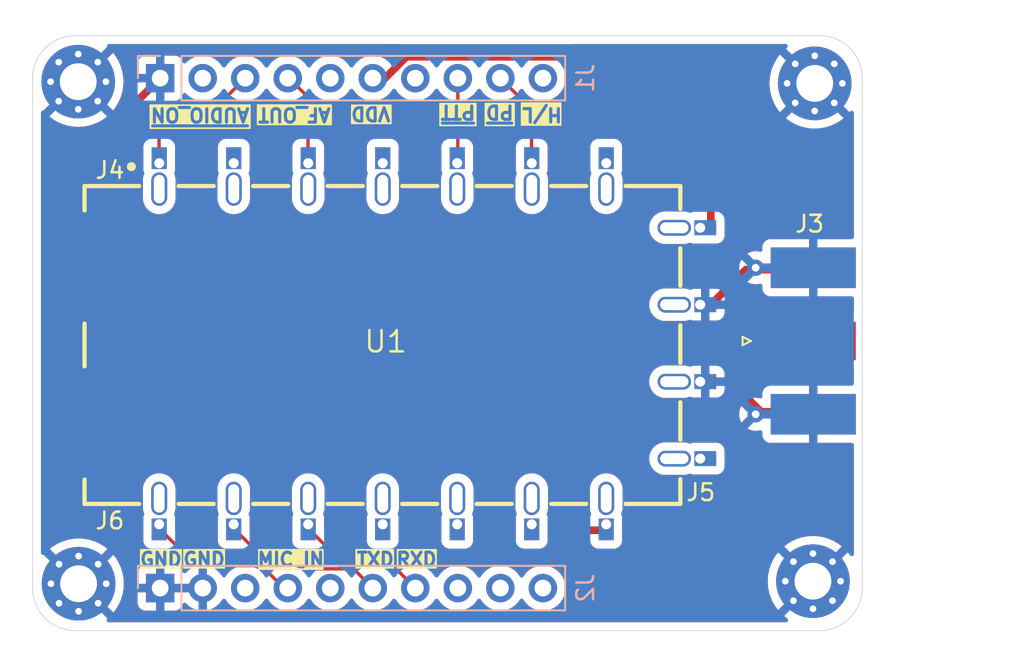
<source format=kicad_pcb>
(kicad_pcb (version 20240108) (generator "pcbnew") (generator_version "8.0")
  (layers (0 "F.Cu" signal) (31 "B.Cu" signal) (34 "B.Paste" user) (35 "F.Paste" user) (36 "B.SilkS" user "B.Silkscreen") (37 "F.SilkS" user "F.Silkscreen") (38 "B.Mask" user) (39 "F.Mask" user) (44 "Edge.Cuts" user))
  (net 0 "")
  (net 1 "GND")
  (net 2 "/~{Audio_ON}")
  (net 3 "/AF_OUT")
  (net 4 "/RXD")
  (net 6 "/MIC_IN")
  (net 7 "/~{PD}")
  (net 8 "/TXD")
  (net 9 "/H{slash}L")
  (net 10 "VDD")
  (net 12 "/~{PTT}")
  (net 13 "/ANT")
  (net 14 "/NC04")
  (net 15 "/NC02")
  (net 16 "/NC11")
  (net 17 "/NC13")
  (net 18 "/NC14")
  (net 19 "/NC15")
  (net 26 "/OPC")
  (footprint "MountingHole:MountingHole_2.2mm_M2_Pad_Via" (layer "F.Cu") (at 132.287594 103.87908)
    (property "Reference" "REF3" (hide yes))
    (property "Value" "Conn_01x01")
    (pad "1" thru_hole circle (at -1.65 0) (size 0.7 0.7) (drill 0.4) (layers "*.Cu" "*.Mask") (net 1 "GND"))
    (pad "1" thru_hole circle (at -1.166726 -1.166726) (size 0.7 0.7) (drill 0.4) (layers "*.Cu" "*.Mask") (net 1 "GND"))
    (pad "1" thru_hole circle (at -1.166726 1.166726) (size 0.7 0.7) (drill 0.4) (layers "*.Cu" "*.Mask") (net 1 "GND"))
    (pad "1" thru_hole circle (at 0 -1.65) (size 0.7 0.7) (drill 0.4) (layers "*.Cu" "*.Mask") (net 1 "GND"))
    (pad "1" thru_hole circle (at 0 0) (size 4.4 4.4) (drill 2.2) (layers "*.Cu" "*.Mask") (net 1 "GND"))
    (pad "1" thru_hole circle (at 0 1.65) (size 0.7 0.7) (drill 0.4) (layers "*.Cu" "*.Mask") (net 1 "GND"))
    (pad "1" thru_hole circle (at 1.166726 -1.166726) (size 0.7 0.7) (drill 0.4) (layers "*.Cu" "*.Mask") (net 1 "GND"))
    (pad "1" thru_hole circle (at 1.166726 1.166726) (size 0.7 0.7) (drill 0.4) (layers "*.Cu" "*.Mask") (net 1 "GND"))
    (pad "1" thru_hole circle (at 1.65 0) (size 0.7 0.7) (drill 0.4) (layers "*.Cu" "*.Mask") (net 1 "GND"))
  )
  (footprint "sa8x8:G-NICERF_SA868" (layer "F.Cu") (at 150.439984 89.548519)
    (property "Reference" "U1" (at 0.182016 -0.140519 0) (layer "F.SilkS") (effects (font (size 1.27 1.27))))
    (property "Value" "SA868")
    (fp_line (start -17.798 -9.4401) (end -17.798 -7.9812) (stroke (width 0.254)) (layer "F.SilkS"))
    (fp_line (start -17.798 -9.4401) (end -14.5336 -9.4401) (stroke (width 0.254)) (layer "F.SilkS"))
    (fp_line (start -17.798 -1.2189) (end -17.798 1.3388) (stroke (width 0.254)) (layer "F.SilkS"))
    (fp_line (start -17.798 8.1011) (end -17.798 9.56) (stroke (width 0.254)) (layer "F.SilkS"))
    (fp_line (start -14.5337 9.56) (end -17.798 9.56) (stroke (width 0.254)) (layer "F.SilkS"))
    (fp_line (start -12.1713 -9.4401) (end -10.0836 -9.4401) (stroke (width 0.254)) (layer "F.SilkS"))
    (fp_line (start -10.0836 9.56) (end -12.1713 9.56) (stroke (width 0.254)) (layer "F.SilkS"))
    (fp_line (start -7.7213 -9.4401) (end -5.6336 -9.4401) (stroke (width 0.254)) (layer "F.SilkS"))
    (fp_line (start -5.6336 9.56) (end -7.7213 9.56) (stroke (width 0.254)) (layer "F.SilkS"))
    (fp_line (start -3.2713 -9.4401) (end -1.1836 -9.4401) (stroke (width 0.254)) (layer "F.SilkS"))
    (fp_line (start -1.1836 9.56) (end -3.2713 9.56) (stroke (width 0.254)) (layer "F.SilkS"))
    (fp_line (start 1.1787 -9.4401) (end 3.2664 -9.4401) (stroke (width 0.254)) (layer "F.SilkS"))
    (fp_line (start 3.2664 9.56) (end 1.1787 9.56) (stroke (width 0.254)) (layer "F.SilkS"))
    (fp_line (start 5.6287 -9.4401) (end 7.7164 -9.4401) (stroke (width 0.254)) (layer "F.SilkS"))
    (fp_line (start 7.7164 9.56) (end 5.6287 9.56) (stroke (width 0.254)) (layer "F.SilkS"))
    (fp_line (start 10.0787 -9.4401) (end 12.1664 -9.4401) (stroke (width 0.254)) (layer "F.SilkS"))
    (fp_line (start 12.1664 9.56) (end 10.0787 9.56) (stroke (width 0.254)) (layer "F.SilkS"))
    (fp_line (start 14.5287 -9.4401) (end 17.789 -9.4401) (stroke (width 0.254)) (layer "F.SilkS"))
    (fp_line (start 17.789 -9.4401) (end 17.789 -8.0812) (stroke (width 0.254)) (layer "F.SilkS"))
    (fp_line (start 17.789 -5.7189) (end 17.789 -3.4813) (stroke (width 0.254)) (layer "F.SilkS"))
    (fp_line (start 17.789 -1.119) (end 17.789 1.1186) (stroke (width 0.254)) (layer "F.SilkS"))
    (fp_line (start 17.789 3.4809) (end 17.789 5.7188) (stroke (width 0.254)) (layer "F.SilkS"))
    (fp_line (start 17.789 8.0811) (end 17.789 9.56) (stroke (width 0.254)) (layer "F.SilkS"))
    (fp_line (start 17.789 9.56) (end 14.5287 9.56) (stroke (width 0.254)) (layer "F.SilkS"))
    (fp_circle (center -15 -10.5999) (end -14.8585 -10.5999) (stroke (width 0.254)) (fill none) (layer "F.SilkS"))
  )
  (footprint "FlexyPin:FlexyPin_1x04_P4.60mm" (layer "F.Cu") (at 169.418 96.401419 180)
    (property "Reference" "J5" (at -0.033709 -2.022038 0) (layer "F.SilkS"))
    (property "Value" "Conn_01x04")
    (pad "" thru_hole oval (at 1.55 0 180) (size 2 0.95) (drill oval 1.7 0.65) (layers "*.Cu" "*.Mask"))
    (pad "" thru_hole oval (at 1.55 4.6 180) (size 2 0.95) (drill oval 1.7 0.65) (layers "*.Cu" "*.Mask"))
    (pad "" thru_hole oval (at 1.55 9.2 180) (size 2 0.95) (drill oval 1.7 0.65) (layers "*.Cu" "*.Mask"))
    (pad "" thru_hole oval (at 1.55 13.8 180) (size 2 0.95) (drill oval 1.7 0.65) (layers "*.Cu" "*.Mask"))
    (pad "1" thru_hole rect (at 0 0 180) (size 1.3 0.9) (drill 0.6 (offset -0.3 0)) (layers "*.Cu" "*.Mask") (net 16 "/NC11"))
    (pad "2" thru_hole rect (at 0 4.6 180) (size 1.3 0.9) (drill 0.6 (offset -0.3 0)) (layers "*.Cu" "*.Mask") (net 1 "GND"))
    (pad "3" thru_hole rect (at 0 9.2 180) (size 1.3 0.9) (drill 0.6 (offset -0.3 0)) (layers "*.Cu" "*.Mask") (net 1 "GND"))
    (pad "4" thru_hole rect (at 0 13.8 180) (size 1.3 0.9) (drill 0.6 (offset -0.3 0)) (layers "*.Cu" "*.Mask") (net 10 "VDD"))
  )
  (footprint "MountingHole:MountingHole_2.2mm_M2_Pad_Via" (layer "F.Cu") (at 176.256986 73.972015)
    (property "Reference" "REF2" (hide yes))
    (property "Value" "Conn_01x01")
    (pad "1" thru_hole circle (at -1.65 0) (size 0.7 0.7) (drill 0.4) (layers "*.Cu" "*.Mask") (net 1 "GND"))
    (pad "1" thru_hole circle (at -1.166726 -1.166726) (size 0.7 0.7) (drill 0.4) (layers "*.Cu" "*.Mask") (net 1 "GND"))
    (pad "1" thru_hole circle (at -1.166726 1.166726) (size 0.7 0.7) (drill 0.4) (layers "*.Cu" "*.Mask") (net 1 "GND"))
    (pad "1" thru_hole circle (at 0 -1.65) (size 0.7 0.7) (drill 0.4) (layers "*.Cu" "*.Mask") (net 1 "GND"))
    (pad "1" thru_hole circle (at 0 0) (size 4.4 4.4) (drill 2.2) (layers "*.Cu" "*.Mask") (net 1 "GND"))
    (pad "1" thru_hole circle (at 0 1.65) (size 0.7 0.7) (drill 0.4) (layers "*.Cu" "*.Mask") (net 1 "GND"))
    (pad "1" thru_hole circle (at 1.166726 -1.166726) (size 0.7 0.7) (drill 0.4) (layers "*.Cu" "*.Mask") (net 1 "GND"))
    (pad "1" thru_hole circle (at 1.166726 1.166726) (size 0.7 0.7) (drill 0.4) (layers "*.Cu" "*.Mask") (net 1 "GND"))
    (pad "1" thru_hole circle (at 1.65 0) (size 0.7 0.7) (drill 0.4) (layers "*.Cu" "*.Mask") (net 1 "GND"))
  )
  (footprint "FlexyPin:FlexyPin_1x07_P4.45mm" (layer "F.Cu") (at 163.803844 78.74 -90)
    (property "Reference" "J4" (at 0.420719 29.6463 0) (layer "F.SilkS"))
    (property "Value" "Conn_01x07")
    (pad "" thru_hole oval (at 1.55 0 270) (size 2 0.95) (drill oval 1.7 0.65) (layers "*.Cu" "*.Mask"))
    (pad "" thru_hole oval (at 1.55 4.45 270) (size 2 0.95) (drill oval 1.7 0.65) (layers "*.Cu" "*.Mask"))
    (pad "" thru_hole oval (at 1.55 8.9 270) (size 2 0.95) (drill oval 1.7 0.65) (layers "*.Cu" "*.Mask"))
    (pad "" thru_hole oval (at 1.55 13.35 270) (size 2 0.95) (drill oval 1.7 0.65) (layers "*.Cu" "*.Mask"))
    (pad "" thru_hole oval (at 1.55 17.8 270) (size 2 0.95) (drill oval 1.7 0.65) (layers "*.Cu" "*.Mask"))
    (pad "" thru_hole oval (at 1.55 22.25 270) (size 2 0.95) (drill oval 1.7 0.65) (layers "*.Cu" "*.Mask"))
    (pad "" thru_hole oval (at 1.55 26.7 270) (size 2 0.95) (drill oval 1.7 0.65) (layers "*.Cu" "*.Mask"))
    (pad "1" thru_hole rect (at 0 0 270) (size 1.3 0.9) (drill 0.6 (offset -0.3 0)) (layers "*.Cu" "*.Mask") (net 9 "/H{slash}L"))
    (pad "2" thru_hole rect (at 0 4.45 270) (size 1.3 0.9) (drill 0.6 (offset -0.3 0)) (layers "*.Cu" "*.Mask") (net 7 "/~{PD}"))
    (pad "3" thru_hole rect (at 0 8.9 270) (size 1.3 0.9) (drill 0.6 (offset -0.3 0)) (layers "*.Cu" "*.Mask") (net 12 "/~{PTT}"))
    (pad "4" thru_hole rect (at 0 13.35 270) (size 1.3 0.9) (drill 0.6 (offset -0.3 0)) (layers "*.Cu" "*.Mask") (net 14 "/NC04"))
    (pad "5" thru_hole rect (at 0 17.8 270) (size 1.3 0.9) (drill 0.6 (offset -0.3 0)) (layers "*.Cu" "*.Mask") (net 3 "/AF_OUT"))
    (pad "6" thru_hole rect (at 0 22.25 270) (size 1.3 0.9) (drill 0.6 (offset -0.3 0)) (layers "*.Cu" "*.Mask") (net 15 "/NC02"))
    (pad "7" thru_hole rect (at 0 26.7 270) (size 1.3 0.9) (drill 0.6 (offset -0.3 0)) (layers "*.Cu" "*.Mask") (net 2 "/~{Audio_ON}"))
  )
  (footprint "Connector_Coaxial:SMA_Molex_73251-1153_EdgeMount_Horizontal" (layer "F.Cu") (at 174.448047 89.371581 180)
    (property "Reference" "J3" (at -1.5 7 0) (layer "F.SilkS"))
    (property "Value" "Conn_Coaxial")
    (fp_line (start 2.5 0.25) (end 2 0) (stroke (width 0.12)) (layer "F.SilkS"))
    (fp_line (start 2.5 -0.25) (end 2.5 0.25) (stroke (width 0.12)) (layer "F.SilkS"))
    (fp_line (start 2 0) (end 2.5 -0.25) (stroke (width 0.12)) (layer "F.SilkS"))
    (pad "1" smd rect (at -1.72 0 180) (size 5.08 2.29) (layers "F.Cu" "F.Paste" "F.Mask") (net 13 "/ANT"))
    (pad "2" smd rect (at -1.72 -4.38 180) (size 5.08 2.42) (layers "F.Cu" "F.Paste" "F.Mask") (net 1 "GND"))
    (pad "2" smd rect (at -1.72 -4.38 180) (size 5.08 2.42) (layers "B.Cu" "B.Paste" "B.Mask") (net 1 "GND"))
    (pad "2" smd rect (at -1.72 4.38 180) (size 5.08 2.42) (layers "F.Cu" "F.Paste" "F.Mask") (net 1 "GND"))
    (pad "2" smd rect (at -1.72 4.38 180) (size 5.08 2.42) (layers "B.Cu" "B.Paste" "B.Mask") (net 1 "GND"))
    (pad "2" smd rect (at 1.27 -4.38 180) (size 0.95 0.46) (layers "F.Cu") (net 1 "GND"))
    (pad "2" smd rect (at 1.27 -4.38 180) (size 0.95 0.46) (layers "B.Cu") (net 1 "GND"))
    (pad "2" smd rect (at 1.27 4.38 180) (size 0.95 0.46) (layers "F.Cu") (net 1 "GND"))
    (pad "2" smd rect (at 1.27 4.38 180) (size 0.95 0.46) (layers "B.Cu") (net 1 "GND"))
    (pad "2" thru_hole circle (at 1.72 -4.38 180) (size 0.97 0.97) (drill 0.46) (layers "*.Cu") (net 1 "GND"))
    (pad "2" thru_hole circle (at 1.72 4.38 180) (size 0.97 0.97) (drill 0.46) (layers "*.Cu") (net 1 "GND"))
  )
  (footprint "MountingHole:MountingHole_2.2mm_M2_Pad_Via" (layer "F.Cu") (at 132.265465 73.869715)
    (property "Reference" "REF1" (hide yes))
    (property "Value" "Conn_01x01")
    (pad "1" thru_hole circle (at -1.65 0) (size 0.7 0.7) (drill 0.4) (layers "*.Cu" "*.Mask") (net 1 "GND"))
    (pad "1" thru_hole circle (at -1.166726 -1.166726) (size 0.7 0.7) (drill 0.4) (layers "*.Cu" "*.Mask") (net 1 "GND"))
    (pad "1" thru_hole circle (at -1.166726 1.166726) (size 0.7 0.7) (drill 0.4) (layers "*.Cu" "*.Mask") (net 1 "GND"))
    (pad "1" thru_hole circle (at 0 -1.65) (size 0.7 0.7) (drill 0.4) (layers "*.Cu" "*.Mask") (net 1 "GND"))
    (pad "1" thru_hole circle (at 0 0) (size 4.4 4.4) (drill 2.2) (layers "*.Cu" "*.Mask") (net 1 "GND"))
    (pad "1" thru_hole circle (at 0 1.65) (size 0.7 0.7) (drill 0.4) (layers "*.Cu" "*.Mask") (net 1 "GND"))
    (pad "1" thru_hole circle (at 1.166726 -1.166726) (size 0.7 0.7) (drill 0.4) (layers "*.Cu" "*.Mask") (net 1 "GND"))
    (pad "1" thru_hole circle (at 1.166726 1.166726) (size 0.7 0.7) (drill 0.4) (layers "*.Cu" "*.Mask") (net 1 "GND"))
    (pad "1" thru_hole circle (at 1.65 0) (size 0.7 0.7) (drill 0.4) (layers "*.Cu" "*.Mask") (net 1 "GND"))
  )
  (footprint "FlexyPin:FlexyPin_1x07_P4.45mm" (layer "F.Cu") (at 137.101526 100.33 90)
    (property "Reference" "J6" (at 0.216785 -2.9463 180) (layer "F.SilkS"))
    (property "Value" "Conn_01x07")
    (pad "" thru_hole oval (at 1.55 0 90) (size 2 0.95) (drill oval 1.7 0.65) (layers "*.Cu" "*.Mask"))
    (pad "" thru_hole oval (at 1.55 4.45 90) (size 2 0.95) (drill oval 1.7 0.65) (layers "*.Cu" "*.Mask"))
    (pad "" thru_hole oval (at 1.55 8.9 90) (size 2 0.95) (drill oval 1.7 0.65) (layers "*.Cu" "*.Mask"))
    (pad "" thru_hole oval (at 1.55 13.35 90) (size 2 0.95) (drill oval 1.7 0.65) (layers "*.Cu" "*.Mask"))
    (pad "" thru_hole oval (at 1.55 17.8 90) (size 2 0.95) (drill oval 1.7 0.65) (layers "*.Cu" "*.Mask"))
    (pad "" thru_hole oval (at 1.55 22.25 90) (size 2 0.95) (drill oval 1.7 0.65) (layers "*.Cu" "*.Mask"))
    (pad "" thru_hole oval (at 1.55 26.7 90) (size 2 0.95) (drill oval 1.7 0.65) (layers "*.Cu" "*.Mask"))
    (pad "1" thru_hole rect (at 0 0 90) (size 1.3 0.9) (drill 0.6 (offset -0.3 0)) (layers "*.Cu" "*.Mask") (net 6 "/MIC_IN"))
    (pad "2" thru_hole rect (at 0 4.45 90) (size 1.3 0.9) (drill 0.6 (offset -0.3 0)) (layers "*.Cu" "*.Mask") (net 8 "/TXD"))
    (pad "3" thru_hole rect (at 0 8.9 90) (size 1.3 0.9) (drill 0.6 (offset -0.3 0)) (layers "*.Cu" "*.Mask") (net 4 "/RXD"))
    (pad "4" thru_hole rect (at 0 13.35 90) (size 1.3 0.9) (drill 0.6 (offset -0.3 0)) (layers "*.Cu" "*.Mask") (net 19 "/NC15"))
    (pad "5" thru_hole rect (at 0 17.8 90) (size 1.3 0.9) (drill 0.6 (offset -0.3 0)) (layers "*.Cu" "*.Mask") (net 18 "/NC14"))
    (pad "6" thru_hole rect (at 0 22.25 90) (size 1.3 0.9) (drill 0.6 (offset -0.3 0)) (layers "*.Cu" "*.Mask") (net 17 "/NC13"))
    (pad "7" thru_hole rect (at 0 26.7 90) (size 1.3 0.9) (drill 0.6 (offset -0.3 0)) (layers "*.Cu" "*.Mask") (net 13 "/ANT"))
  )
  (footprint "MountingHole:MountingHole_2.2mm_M2_Pad_Via" (layer "F.Cu") (at 176.15 103.728194)
    (property "Reference" "REF4" (hide yes))
    (property "Value" "Conn_01x01")
    (pad "1" thru_hole circle (at -1.65 0) (size 0.7 0.7) (drill 0.4) (layers "*.Cu" "*.Mask") (net 1 "GND"))
    (pad "1" thru_hole circle (at -1.166726 -1.166726) (size 0.7 0.7) (drill 0.4) (layers "*.Cu" "*.Mask") (net 1 "GND"))
    (pad "1" thru_hole circle (at -1.166726 1.166726) (size 0.7 0.7) (drill 0.4) (layers "*.Cu" "*.Mask") (net 1 "GND"))
    (pad "1" thru_hole circle (at 0 -1.65) (size 0.7 0.7) (drill 0.4) (layers "*.Cu" "*.Mask") (net 1 "GND"))
    (pad "1" thru_hole circle (at 0 0) (size 4.4 4.4) (drill 2.2) (layers "*.Cu" "*.Mask") (net 1 "GND"))
    (pad "1" thru_hole circle (at 0 1.65) (size 0.7 0.7) (drill 0.4) (layers "*.Cu" "*.Mask") (net 1 "GND"))
    (pad "1" thru_hole circle (at 1.166726 -1.166726) (size 0.7 0.7) (drill 0.4) (layers "*.Cu" "*.Mask") (net 1 "GND"))
    (pad "1" thru_hole circle (at 1.166726 1.166726) (size 0.7 0.7) (drill 0.4) (layers "*.Cu" "*.Mask") (net 1 "GND"))
    (pad "1" thru_hole circle (at 1.65 0) (size 0.7 0.7) (drill 0.4) (layers "*.Cu" "*.Mask") (net 1 "GND"))
  )
  (footprint "Connector_PinHeader_2.54mm:PinHeader_1x10_P2.54mm_Vertical" (layer "B.Cu") (at 137.16 73.66 -90)
    (property "Reference" "J1" (at 0 -25.4 90) (layer "B.SilkS") (effects (justify mirror)))
    (property "Value" "Conn_01x10")
    (fp_line (start -1.33 1.33) (end -1.33 0) (stroke (width 0.12)) (layer "B.SilkS"))
    (fp_line (start 0 1.33) (end -1.33 1.33) (stroke (width 0.12)) (layer "B.SilkS"))
    (fp_line (start 1.33 -1.27) (end -1.33 -1.27) (stroke (width 0.12)) (layer "B.SilkS"))
    (fp_line (start -1.33 -24.19) (end -1.33 -1.27) (stroke (width 0.12)) (layer "B.SilkS"))
    (fp_line (start 1.33 -24.19) (end 1.33 -1.27) (stroke (width 0.12)) (layer "B.SilkS"))
    (fp_line (start 1.33 -24.19) (end -1.33 -24.19) (stroke (width 0.12)) (layer "B.SilkS"))
    (pad "1" thru_hole rect (at 0 0 270) (size 1.7 1.7) (drill 1) (layers "*.Cu" "*.Mask") (net 1 "GND"))
    (pad "2" thru_hole oval (at 0 -2.54 270) (size 1.7 1.7) (drill 1) (layers "*.Cu" "*.Mask"))
    (pad "3" thru_hole oval (at 0 -5.08 270) (size 1.7 1.7) (drill 1) (layers "*.Cu" "*.Mask") (net 2 "/~{Audio_ON}"))
    (pad "4" thru_hole oval (at 0 -7.62 270) (size 1.7 1.7) (drill 1) (layers "*.Cu" "*.Mask") (net 3 "/AF_OUT"))
    (pad "5" thru_hole oval (at 0 -10.16 270) (size 1.7 1.7) (drill 1) (layers "*.Cu" "*.Mask"))
    (pad "6" thru_hole oval (at 0 -12.7 270) (size 1.7 1.7) (drill 1) (layers "*.Cu" "*.Mask") (net 10 "VDD"))
    (pad "7" thru_hole oval (at 0 -15.24 270) (size 1.7 1.7) (drill 1) (layers "*.Cu" "*.Mask"))
    (pad "8" thru_hole oval (at 0 -17.78 270) (size 1.7 1.7) (drill 1) (layers "*.Cu" "*.Mask") (net 12 "/~{PTT}"))
    (pad "9" thru_hole oval (at 0 -20.32 270) (size 1.7 1.7) (drill 1) (layers "*.Cu" "*.Mask") (net 7 "/~{PD}"))
    (pad "10" thru_hole oval (at 0 -22.86 270) (size 1.7 1.7) (drill 1) (layers "*.Cu" "*.Mask") (net 26 "/OPC"))
  )
  (footprint "Connector_PinHeader_2.54mm:PinHeader_1x10_P2.54mm_Vertical" (layer "B.Cu") (at 137.16 104.14 -90)
    (property "Reference" "J2" (at 0 -25.4 90) (layer "B.SilkS") (effects (justify mirror)))
    (property "Value" "Conn_01x10")
    (fp_line (start -1.33 1.33) (end -1.33 0) (stroke (width 0.12)) (layer "B.SilkS"))
    (fp_line (start 0 1.33) (end -1.33 1.33) (stroke (width 0.12)) (layer "B.SilkS"))
    (fp_line (start 1.33 -1.27) (end -1.33 -1.27) (stroke (width 0.12)) (layer "B.SilkS"))
    (fp_line (start -1.33 -24.19) (end -1.33 -1.27) (stroke (width 0.12)) (layer "B.SilkS"))
    (fp_line (start 1.33 -24.19) (end 1.33 -1.27) (stroke (width 0.12)) (layer "B.SilkS"))
    (fp_line (start 1.33 -24.19) (end -1.33 -24.19) (stroke (width 0.12)) (layer "B.SilkS"))
    (pad "1" thru_hole rect (at 0 0 270) (size 1.7 1.7) (drill 1) (layers "*.Cu" "*.Mask") (net 1 "GND"))
    (pad "2" thru_hole oval (at 0 -2.54 270) (size 1.7 1.7) (drill 1) (layers "*.Cu" "*.Mask") (net 1 "GND"))
    (pad "3" thru_hole oval (at 0 -5.08 270) (size 1.7 1.7) (drill 1) (layers "*.Cu" "*.Mask"))
    (pad "4" thru_hole oval (at 0 -7.62 270) (size 1.7 1.7) (drill 1) (layers "*.Cu" "*.Mask") (net 6 "/MIC_IN"))
    (pad "5" thru_hole oval (at 0 -10.16 270) (size 1.7 1.7) (drill 1) (layers "*.Cu" "*.Mask"))
    (pad "6" thru_hole oval (at 0 -12.7 270) (size 1.7 1.7) (drill 1) (layers "*.Cu" "*.Mask") (net 8 "/TXD"))
    (pad "7" thru_hole oval (at 0 -15.24 270) (size 1.7 1.7) (drill 1) (layers "*.Cu" "*.Mask") (net 4 "/RXD"))
    (pad "8" thru_hole oval (at 0 -17.78 270) (size 1.7 1.7) (drill 1) (layers "*.Cu" "*.Mask"))
    (pad "9" thru_hole oval (at 0 -20.32 270) (size 1.7 1.7) (drill 1) (layers "*.Cu" "*.Mask"))
    (pad "10" thru_hole oval (at 0 -22.86 270) (size 1.7 1.7) (drill 1) (layers "*.Cu" "*.Mask"))
  )
  (gr_line (start 129.54 104.14) (end 129.54 73.66) (stroke (width 0.05)) (layer "Edge.Cuts"))
  (gr_arc (start 176.553063 71.12) (mid 178.349114 71.863949) (end 179.093063 73.66) (stroke (width 0.05)) (layer "Edge.Cuts"))
  (gr_arc (start 132.079373 106.68) (mid 130.283949 105.936051) (end 129.54 104.14) (stroke (width 0.05)) (layer "Edge.Cuts"))
  (gr_line (start 132.08 71.12) (end 176.553063 71.12) (stroke (width 0.05)) (layer "Edge.Cuts"))
  (gr_arc (start 179.093063 104.14) (mid 178.349112 105.936038) (end 176.553063 106.68) (stroke (width 0.05)) (layer "Edge.Cuts"))
  (gr_arc (start 129.54 73.66) (mid 130.283949 71.863949) (end 132.08 71.12) (stroke (width 0.05)) (layer "Edge.Cuts"))
  (gr_line (start 176.553063 106.68) (end 132.079373 106.68) (stroke (width 0.05)) (layer "Edge.Cuts"))
  (gr_line (start 179.093063 104.14) (end 179.093063 73.66) (stroke (width 0.05)) (layer "Edge.Cuts"))
  (gr_text "~{AUDIO_ON}" (at 142.579723 75.379883 180) (layer "F.SilkS" knockout) (effects (font (size 0.8 0.8) (thickness 0.1875) (bold yes)) (justify left bottom)))
  (gr_text "~{PTT}" (at 156.080684 75.215859 180) (layer "F.SilkS" knockout) (effects (font (size 0.8 0.8) (thickness 0.1875) (bold yes)) (justify left bottom)))
  (gr_text "H/L" (at 161.257263 75.373322 180) (layer "F.SilkS" knockout) (effects (font (size 0.8 0.8) (thickness 0.1875) (bold yes)) (justify left bottom)))
  (gr_text "RXD" (at 151.165922 102.897252 0) (layer "F.SilkS" knockout) (effects (font (size 0.8 0.8) (thickness 0.1875) (bold yes)) (justify left bottom)))
  (gr_text "TXD" (at 148.803985 102.897252 0) (layer "F.SilkS" knockout) (effects (font (size 0.8 0.8) (thickness 0.1875) (bold yes)) (justify left bottom)))
  (gr_text "VDD" (at 151 75.314273 180) (layer "F.SilkS" knockout) (effects (font (size 0.8 0.8) (thickness 0.1875) (bold yes)) (justify left bottom)))
  (gr_text "GND" (at 135.861165 102.897252 0) (layer "F.SilkS" knockout) (effects (font (size 0.8 0.8) (thickness 0.1875) (bold yes)) (justify left bottom)))
  (gr_text "~{PD}" (at 158.36389 75.215859 180) (layer "F.SilkS" knockout) (effects (font (size 0.8 0.8) (thickness 0.1875) (bold yes)) (justify left bottom)))
  (gr_text "MIC_IN" (at 142.881743 102.897252 0) (layer "F.SilkS" knockout) (effects (font (size 0.8 0.8) (thickness 0.1875) (bold yes)) (justify left bottom)))
  (gr_text "GND" (at 138.442297 102.897252 0) (layer "F.SilkS" knockout) (effects (font (size 0.8 0.8) (thickness 0.1875) (bold yes)) (justify left bottom)))
  (gr_text "AF_OUT" (at 147.431659 75.377972 180) (layer "F.SilkS" knockout) (effects (font (size 0.8 0.8) (thickness 0.1875) (bold yes)) (justify left bottom)))
  (segment (start 173.046425 93.603425) (end 176.5015 93.603425) (width 0.46) (layer "F.Cu") (net 1))
  (segment (start 172.148528 85.103425) (end 170.050534 87.201419) (width 0.46) (layer "F.Cu") (net 1))
  (segment (start 171.244419 91.801419) (end 173.046425 93.603425) (width 0.46) (layer "F.Cu") (net 1))
  (segment (start 137.16 73.66) (end 132.647 78.173) (width 0.46) (layer "F.Cu") (net 1))
  (segment (start 132.647 78.173) (end 132.647 84.8532) (width 0.46) (layer "F.Cu") (net 1))
  (segment (start 170.050534 91.801419) (end 171.244419 91.801419) (width 0.46) (layer "F.Cu") (net 1))
  (segment (start 176.5015 85.103425) (end 172.148528 85.103425) (width 0.46) (layer "F.Cu") (net 1))
  (segment (start 142.24 73.66) (end 140.44677 75.45323) (width 0.2) (layer "F.Cu") (net 2))
  (segment (start 137.90677 75.45323) (end 137.0919 76.2681) (width 0.2) (layer "F.Cu") (net 2))
  (segment (start 140.44677 75.45323) (end 137.90677 75.45323) (width 0.2) (layer "F.Cu") (net 2))
  (segment (start 137.0919 76.2681) (end 137.0919 78.343) (width 0.2) (layer "F.Cu") (net 2))
  (segment (start 145.9919 74.792281) (end 145.9919 78.343) (width 0.2) (layer "F.Cu") (net 3))
  (segment (start 144.859619 73.66) (end 145.9919 74.792281) (width 0.2) (layer "F.Cu") (net 3))
  (segment (start 147.773228 102.344528) (end 145.9919 100.5632) (width 0.2) (layer "F.Cu") (net 4))
  (segment (start 152.4 104.14) (end 150.604528 102.344528) (width 0.2) (layer "F.Cu") (net 4))
  (segment (start 150.604528 102.344528) (end 147.773228 102.344528) (width 0.2) (layer "F.Cu") (net 4))
  (segment (start 143.208912 102.795897) (end 139.324597 102.795897) (width 0.2) (layer "F.Cu") (net 6))
  (segment (start 144.553015 104.14) (end 143.208912 102.795897) (width 0.2) (layer "F.Cu") (net 6))
  (segment (start 139.324597 102.795897) (end 137.0919 100.5632) (width 0.2) (layer "F.Cu") (net 6))
  (segment (start 157.48 73.66) (end 159.3419 75.5219) (width 0.2) (layer "F.Cu") (net 7))
  (segment (start 159.3419 75.5219) (end 159.3419 78.343) (width 0.2) (layer "F.Cu") (net 7))
  (segment (start 144.374799 101.6) (end 142.5787 101.6) (width 0.2) (layer "F.Cu") (net 8))
  (segment (start 142.5787 101.6) (end 141.5419 100.5632) (width 0.2) (layer "F.Cu") (net 8))
  (segment (start 149.86 104.14) (end 148.71 102.99) (width 0.2) (layer "F.Cu") (net 8))
  (segment (start 148.71 102.99) (end 145.764799 102.99) (width 0.2) (layer "F.Cu") (net 8))
  (segment (start 145.764799 102.99) (end 144.374799 101.6) (width 0.2) (layer "F.Cu") (net 8))
  (segment (start 170.050534 81.150534) (end 170.050534 82.601419) (width 0.46) (layer "F.Cu") (net 10))
  (segment (start 161.28 72.38) (end 170.050534 81.150534) (width 0.46) (layer "F.Cu") (net 10))
  (segment (start 151.869806 72.38) (end 161.28 72.38) (width 0.46) (layer "F.Cu") (net 10))
  (segment (start 149.86 73.66) (end 150.224903 74.024903) (width 0.46) (layer "F.Cu") (net 10))
  (segment (start 150.224903 74.024903) (end 151.869806 72.38) (width 0.46) (layer "F.Cu") (net 10))
  (segment (start 154.94 73.66) (end 154.94 78.2949) (width 0.2) (layer "F.Cu") (net 12))
  (segment (start 161.603434 99.536449) (end 161.603434 94.301566) (width 0.46) (layer "F.Cu") (net 13))
  (segment (start 162.749633 100.682648) (end 161.603434 99.536449) (width 0.46) (layer "F.Cu") (net 13))
  (segment (start 163.801526 100.682648) (end 162.749633 100.682648) (width 0.46) (layer "F.Cu") (net 13))
  (segment (start 166.526599 89.378401) (end 175.349114 89.378401) (width 0.46) (layer "F.Cu") (net 13))
  (segment (start 161.603434 94.301566) (end 166.526599 89.378401) (width 0.46) (layer "F.Cu") (net 13))
  (zone (net 1) (net_name "GND") (layers "F&B.Cu") (connect_pads (clearance 0.5)) (min_thickness 0.25) (fill yes (thermal_gap 0.5) (thermal_bridge_width 0.5))
    (polygon (pts (xy 181.356 70.612) (xy 181.356 108.204) (xy 128.524 108.204) (xy 128.524 70.612)))
  )
)
</source>
